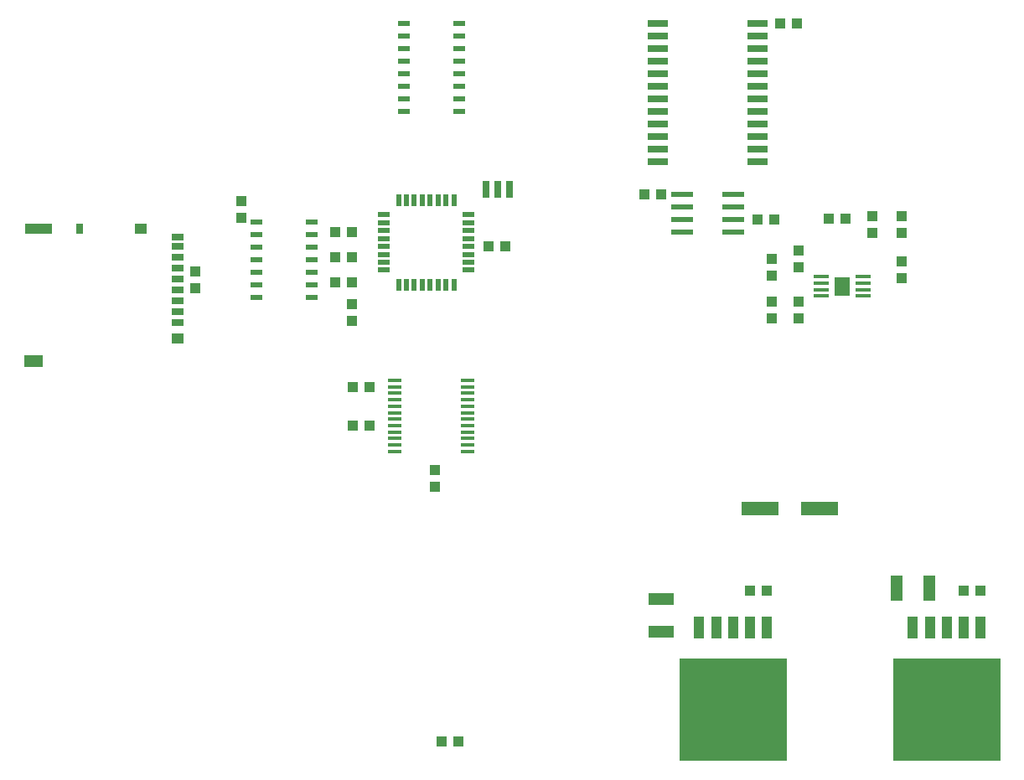
<source format=gtp>
G75*
%MOIN*%
%OFA0B0*%
%FSLAX24Y24*%
%IPPOS*%
%LPD*%
%AMOC8*
5,1,8,0,0,1.08239X$1,22.5*
%
%ADD10R,0.0500X0.0220*%
%ADD11R,0.0220X0.0500*%
%ADD12R,0.0276X0.0669*%
%ADD13R,0.0433X0.0394*%
%ADD14R,0.0550X0.0137*%
%ADD15R,0.0630X0.0157*%
%ADD16R,0.0618X0.0744*%
%ADD17R,0.0394X0.0433*%
%ADD18R,0.4252X0.4098*%
%ADD19R,0.0420X0.0850*%
%ADD20R,0.0984X0.0472*%
%ADD21R,0.0472X0.0984*%
%ADD22R,0.0866X0.0236*%
%ADD23R,0.0800X0.0260*%
%ADD24R,0.1496X0.0551*%
%ADD25R,0.0472X0.0236*%
%ADD26R,0.0472X0.0276*%
%ADD27R,0.0315X0.0394*%
%ADD28R,0.0472X0.0394*%
%ADD29R,0.1102X0.0394*%
%ADD30R,0.0748X0.0512*%
D10*
X024403Y029000D03*
X024403Y029315D03*
X024403Y029630D03*
X024403Y029945D03*
X024403Y030260D03*
X024403Y030575D03*
X024403Y030890D03*
X024403Y031205D03*
X027783Y031205D03*
X027783Y030890D03*
X027783Y030575D03*
X027783Y030260D03*
X027783Y029945D03*
X027783Y029630D03*
X027783Y029315D03*
X027783Y029000D03*
D11*
X027195Y028412D03*
X026880Y028412D03*
X026565Y028412D03*
X026250Y028412D03*
X025935Y028412D03*
X025620Y028412D03*
X025305Y028412D03*
X024990Y028412D03*
X024990Y031792D03*
X025305Y031792D03*
X025620Y031792D03*
X025935Y031792D03*
X026250Y031792D03*
X026565Y031792D03*
X026880Y031792D03*
X027195Y031792D03*
D12*
X028470Y032202D03*
X028943Y032202D03*
X029415Y032202D03*
D13*
X029227Y029952D03*
X028558Y029952D03*
X023127Y029502D03*
X022458Y029502D03*
X022458Y030502D03*
X023127Y030502D03*
X023127Y028502D03*
X022458Y028502D03*
X023158Y024352D03*
X023827Y024352D03*
X023827Y022802D03*
X023158Y022802D03*
X034758Y032002D03*
X035427Y032002D03*
X039258Y031002D03*
X039927Y031002D03*
X042108Y031052D03*
X042777Y031052D03*
X040827Y038802D03*
X040158Y038802D03*
X039627Y016252D03*
X038958Y016252D03*
X047458Y016252D03*
X048127Y016252D03*
X027377Y010252D03*
X026708Y010252D03*
D14*
X024853Y021795D03*
X024853Y022051D03*
X024853Y022307D03*
X024853Y022563D03*
X024853Y022819D03*
X024853Y023074D03*
X024853Y023330D03*
X024853Y023586D03*
X024853Y023842D03*
X024853Y024098D03*
X024853Y024354D03*
X024853Y024610D03*
X027732Y024610D03*
X027732Y024354D03*
X027732Y024098D03*
X027732Y023842D03*
X027732Y023586D03*
X027732Y023330D03*
X027732Y023074D03*
X027732Y022819D03*
X027732Y022563D03*
X027732Y022307D03*
X027732Y022051D03*
X027732Y021795D03*
D15*
X041816Y027969D03*
X041816Y028224D03*
X041816Y028480D03*
X041816Y028736D03*
X043469Y028736D03*
X043469Y028480D03*
X043469Y028224D03*
X043469Y027969D03*
D16*
X042643Y028352D03*
D17*
X040893Y027737D03*
X040893Y027068D03*
X039843Y027068D03*
X039843Y027737D03*
X039843Y028768D03*
X039843Y029437D03*
X040893Y029118D03*
X040893Y029787D03*
X043843Y030468D03*
X043843Y031137D03*
X044993Y031137D03*
X044993Y030468D03*
X044993Y029337D03*
X044993Y028668D03*
X026443Y021037D03*
X026443Y020368D03*
X023143Y026968D03*
X023143Y027637D03*
X018743Y031068D03*
X018743Y031737D03*
X016893Y028937D03*
X016893Y028268D03*
D18*
X038293Y011502D03*
X046793Y011502D03*
D19*
X046793Y014782D03*
X047463Y014782D03*
X048133Y014782D03*
X046123Y014782D03*
X045453Y014782D03*
X039633Y014782D03*
X038963Y014782D03*
X038293Y014782D03*
X037623Y014782D03*
X036953Y014782D03*
D20*
X035443Y014603D03*
X035443Y015902D03*
D21*
X044793Y016352D03*
X046092Y016352D03*
D22*
X038316Y030502D03*
X038316Y031002D03*
X038316Y031502D03*
X038316Y032002D03*
X036269Y032002D03*
X036269Y031502D03*
X036269Y031002D03*
X036269Y030502D03*
D23*
X035313Y033302D03*
X035313Y033802D03*
X035313Y034302D03*
X035313Y034802D03*
X035313Y035302D03*
X035313Y035802D03*
X035313Y036302D03*
X035313Y036802D03*
X035313Y037302D03*
X035313Y037802D03*
X035313Y038302D03*
X035313Y038802D03*
X039273Y038802D03*
X039273Y038302D03*
X039273Y037802D03*
X039273Y037302D03*
X039273Y036802D03*
X039273Y036302D03*
X039273Y035802D03*
X039273Y035302D03*
X039273Y034802D03*
X039273Y034302D03*
X039273Y033802D03*
X039273Y033302D03*
D24*
X039361Y019502D03*
X041724Y019502D03*
D25*
X027395Y035302D03*
X027395Y035802D03*
X027395Y036302D03*
X027395Y036802D03*
X027395Y037302D03*
X027395Y037802D03*
X027395Y038302D03*
X027395Y038802D03*
X025190Y038802D03*
X025190Y038302D03*
X025190Y037802D03*
X025190Y037302D03*
X025190Y036802D03*
X025190Y036302D03*
X025190Y035802D03*
X025190Y035302D03*
X021545Y030902D03*
X021545Y030402D03*
X021545Y029902D03*
X021545Y029402D03*
X021545Y028902D03*
X021545Y028402D03*
X021545Y027902D03*
X019340Y027902D03*
X019340Y028402D03*
X019340Y028902D03*
X019340Y029402D03*
X019340Y029902D03*
X019340Y030402D03*
X019340Y030902D03*
D26*
X016193Y030308D03*
X016193Y029934D03*
X016193Y029501D03*
X016193Y029068D03*
X016193Y028635D03*
X016193Y028202D03*
X016193Y027769D03*
X016193Y027335D03*
X016193Y026902D03*
D27*
X012295Y030662D03*
D28*
X014736Y030662D03*
X016193Y026292D03*
D29*
X010661Y030662D03*
D30*
X010484Y025367D03*
M02*

</source>
